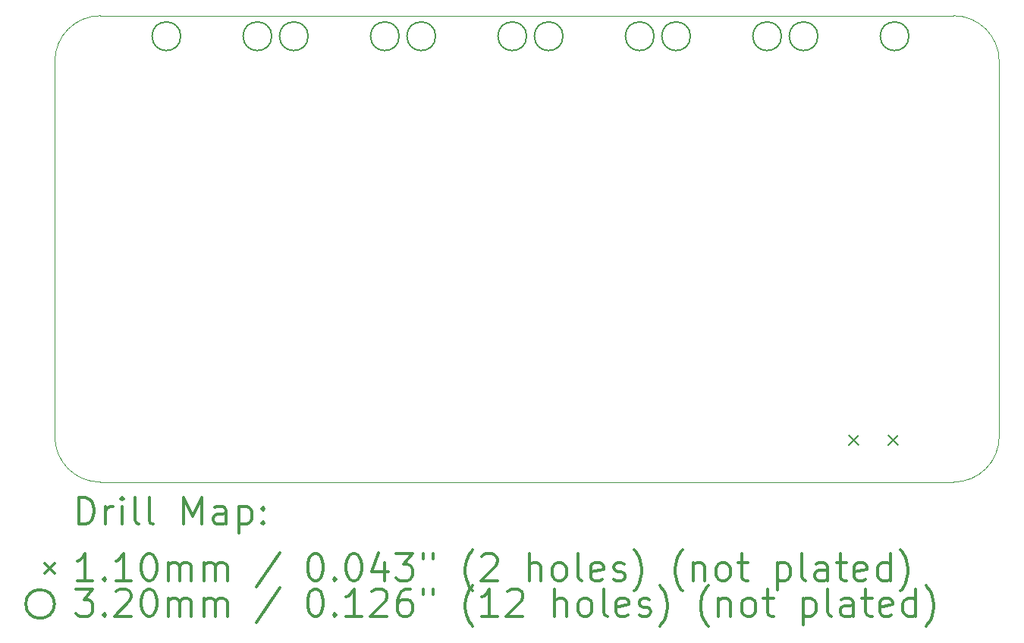
<source format=gbr>
%FSLAX45Y45*%
G04 Gerber Fmt 4.5, Leading zero omitted, Abs format (unit mm)*
G04 Created by KiCad (PCBNEW 4.0.7-e2-6376~58~ubuntu16.04.1) date Tue May 15 22:24:47 2018*
%MOMM*%
%LPD*%
G01*
G04 APERTURE LIST*
%ADD10C,0.127000*%
%ADD11C,0.100000*%
%ADD12C,0.200000*%
%ADD13C,0.300000*%
G04 APERTURE END LIST*
D10*
D11*
X12954000Y-7747000D02*
G75*
G03X12446000Y-7239000I-508000J0D01*
G01*
X12446000Y-12446000D02*
G75*
G03X12954000Y-11938000I0J508000D01*
G01*
X2413000Y-11938000D02*
G75*
G03X2921000Y-12446000I508000J0D01*
G01*
X2921000Y-7239000D02*
G75*
G03X2413000Y-7747000I0J-508000D01*
G01*
X2413000Y-11938000D02*
X2413000Y-7747000D01*
X12446000Y-12446000D02*
X2921000Y-12446000D01*
X12954000Y-7747000D02*
X12954000Y-11938000D01*
X2921000Y-7239000D02*
X12446000Y-7239000D01*
D12*
X11274416Y-11924910D02*
X11384416Y-12034910D01*
X11384416Y-11924910D02*
X11274416Y-12034910D01*
X11714344Y-11924910D02*
X11824344Y-12034910D01*
X11824344Y-11924910D02*
X11714344Y-12034910D01*
X3817600Y-7467600D02*
G75*
G03X3817600Y-7467600I-160000J0D01*
G01*
X4833600Y-7467600D02*
G75*
G03X4833600Y-7467600I-160000J0D01*
G01*
X5240000Y-7467600D02*
G75*
G03X5240000Y-7467600I-160000J0D01*
G01*
X6256000Y-7467600D02*
G75*
G03X6256000Y-7467600I-160000J0D01*
G01*
X6662400Y-7467600D02*
G75*
G03X6662400Y-7467600I-160000J0D01*
G01*
X7678400Y-7467600D02*
G75*
G03X7678400Y-7467600I-160000J0D01*
G01*
X8084800Y-7467600D02*
G75*
G03X8084800Y-7467600I-160000J0D01*
G01*
X9100800Y-7467600D02*
G75*
G03X9100800Y-7467600I-160000J0D01*
G01*
X9507200Y-7467600D02*
G75*
G03X9507200Y-7467600I-160000J0D01*
G01*
X10523200Y-7467600D02*
G75*
G03X10523200Y-7467600I-160000J0D01*
G01*
X10929600Y-7467600D02*
G75*
G03X10929600Y-7467600I-160000J0D01*
G01*
X11945600Y-7467600D02*
G75*
G03X11945600Y-7467600I-160000J0D01*
G01*
D13*
X2679429Y-12916714D02*
X2679429Y-12616714D01*
X2750857Y-12616714D01*
X2793714Y-12631000D01*
X2822286Y-12659571D01*
X2836571Y-12688143D01*
X2850857Y-12745286D01*
X2850857Y-12788143D01*
X2836571Y-12845286D01*
X2822286Y-12873857D01*
X2793714Y-12902429D01*
X2750857Y-12916714D01*
X2679429Y-12916714D01*
X2979428Y-12916714D02*
X2979428Y-12716714D01*
X2979428Y-12773857D02*
X2993714Y-12745286D01*
X3008000Y-12731000D01*
X3036571Y-12716714D01*
X3065143Y-12716714D01*
X3165143Y-12916714D02*
X3165143Y-12716714D01*
X3165143Y-12616714D02*
X3150857Y-12631000D01*
X3165143Y-12645286D01*
X3179428Y-12631000D01*
X3165143Y-12616714D01*
X3165143Y-12645286D01*
X3350857Y-12916714D02*
X3322286Y-12902429D01*
X3308000Y-12873857D01*
X3308000Y-12616714D01*
X3508000Y-12916714D02*
X3479428Y-12902429D01*
X3465143Y-12873857D01*
X3465143Y-12616714D01*
X3850857Y-12916714D02*
X3850857Y-12616714D01*
X3950857Y-12831000D01*
X4050857Y-12616714D01*
X4050857Y-12916714D01*
X4322286Y-12916714D02*
X4322286Y-12759571D01*
X4308000Y-12731000D01*
X4279429Y-12716714D01*
X4222286Y-12716714D01*
X4193714Y-12731000D01*
X4322286Y-12902429D02*
X4293714Y-12916714D01*
X4222286Y-12916714D01*
X4193714Y-12902429D01*
X4179428Y-12873857D01*
X4179428Y-12845286D01*
X4193714Y-12816714D01*
X4222286Y-12802429D01*
X4293714Y-12802429D01*
X4322286Y-12788143D01*
X4465143Y-12716714D02*
X4465143Y-13016714D01*
X4465143Y-12731000D02*
X4493714Y-12716714D01*
X4550857Y-12716714D01*
X4579429Y-12731000D01*
X4593714Y-12745286D01*
X4608000Y-12773857D01*
X4608000Y-12859571D01*
X4593714Y-12888143D01*
X4579429Y-12902429D01*
X4550857Y-12916714D01*
X4493714Y-12916714D01*
X4465143Y-12902429D01*
X4736571Y-12888143D02*
X4750857Y-12902429D01*
X4736571Y-12916714D01*
X4722286Y-12902429D01*
X4736571Y-12888143D01*
X4736571Y-12916714D01*
X4736571Y-12731000D02*
X4750857Y-12745286D01*
X4736571Y-12759571D01*
X4722286Y-12745286D01*
X4736571Y-12731000D01*
X4736571Y-12759571D01*
X2298000Y-13356000D02*
X2408000Y-13466000D01*
X2408000Y-13356000D02*
X2298000Y-13466000D01*
X2836571Y-13546714D02*
X2665143Y-13546714D01*
X2750857Y-13546714D02*
X2750857Y-13246714D01*
X2722286Y-13289571D01*
X2693714Y-13318143D01*
X2665143Y-13332429D01*
X2965143Y-13518143D02*
X2979428Y-13532429D01*
X2965143Y-13546714D01*
X2950857Y-13532429D01*
X2965143Y-13518143D01*
X2965143Y-13546714D01*
X3265143Y-13546714D02*
X3093714Y-13546714D01*
X3179428Y-13546714D02*
X3179428Y-13246714D01*
X3150857Y-13289571D01*
X3122286Y-13318143D01*
X3093714Y-13332429D01*
X3450857Y-13246714D02*
X3479428Y-13246714D01*
X3508000Y-13261000D01*
X3522286Y-13275286D01*
X3536571Y-13303857D01*
X3550857Y-13361000D01*
X3550857Y-13432429D01*
X3536571Y-13489571D01*
X3522286Y-13518143D01*
X3508000Y-13532429D01*
X3479428Y-13546714D01*
X3450857Y-13546714D01*
X3422286Y-13532429D01*
X3408000Y-13518143D01*
X3393714Y-13489571D01*
X3379428Y-13432429D01*
X3379428Y-13361000D01*
X3393714Y-13303857D01*
X3408000Y-13275286D01*
X3422286Y-13261000D01*
X3450857Y-13246714D01*
X3679428Y-13546714D02*
X3679428Y-13346714D01*
X3679428Y-13375286D02*
X3693714Y-13361000D01*
X3722286Y-13346714D01*
X3765143Y-13346714D01*
X3793714Y-13361000D01*
X3808000Y-13389571D01*
X3808000Y-13546714D01*
X3808000Y-13389571D02*
X3822286Y-13361000D01*
X3850857Y-13346714D01*
X3893714Y-13346714D01*
X3922286Y-13361000D01*
X3936571Y-13389571D01*
X3936571Y-13546714D01*
X4079428Y-13546714D02*
X4079428Y-13346714D01*
X4079428Y-13375286D02*
X4093714Y-13361000D01*
X4122286Y-13346714D01*
X4165143Y-13346714D01*
X4193714Y-13361000D01*
X4208000Y-13389571D01*
X4208000Y-13546714D01*
X4208000Y-13389571D02*
X4222286Y-13361000D01*
X4250857Y-13346714D01*
X4293714Y-13346714D01*
X4322286Y-13361000D01*
X4336571Y-13389571D01*
X4336571Y-13546714D01*
X4922286Y-13232429D02*
X4665143Y-13618143D01*
X5308000Y-13246714D02*
X5336571Y-13246714D01*
X5365143Y-13261000D01*
X5379428Y-13275286D01*
X5393714Y-13303857D01*
X5408000Y-13361000D01*
X5408000Y-13432429D01*
X5393714Y-13489571D01*
X5379428Y-13518143D01*
X5365143Y-13532429D01*
X5336571Y-13546714D01*
X5308000Y-13546714D01*
X5279428Y-13532429D01*
X5265143Y-13518143D01*
X5250857Y-13489571D01*
X5236571Y-13432429D01*
X5236571Y-13361000D01*
X5250857Y-13303857D01*
X5265143Y-13275286D01*
X5279428Y-13261000D01*
X5308000Y-13246714D01*
X5536571Y-13518143D02*
X5550857Y-13532429D01*
X5536571Y-13546714D01*
X5522286Y-13532429D01*
X5536571Y-13518143D01*
X5536571Y-13546714D01*
X5736571Y-13246714D02*
X5765143Y-13246714D01*
X5793714Y-13261000D01*
X5808000Y-13275286D01*
X5822285Y-13303857D01*
X5836571Y-13361000D01*
X5836571Y-13432429D01*
X5822285Y-13489571D01*
X5808000Y-13518143D01*
X5793714Y-13532429D01*
X5765143Y-13546714D01*
X5736571Y-13546714D01*
X5708000Y-13532429D01*
X5693714Y-13518143D01*
X5679428Y-13489571D01*
X5665143Y-13432429D01*
X5665143Y-13361000D01*
X5679428Y-13303857D01*
X5693714Y-13275286D01*
X5708000Y-13261000D01*
X5736571Y-13246714D01*
X6093714Y-13346714D02*
X6093714Y-13546714D01*
X6022285Y-13232429D02*
X5950857Y-13446714D01*
X6136571Y-13446714D01*
X6222285Y-13246714D02*
X6408000Y-13246714D01*
X6308000Y-13361000D01*
X6350857Y-13361000D01*
X6379428Y-13375286D01*
X6393714Y-13389571D01*
X6408000Y-13418143D01*
X6408000Y-13489571D01*
X6393714Y-13518143D01*
X6379428Y-13532429D01*
X6350857Y-13546714D01*
X6265143Y-13546714D01*
X6236571Y-13532429D01*
X6222285Y-13518143D01*
X6522286Y-13246714D02*
X6522286Y-13303857D01*
X6636571Y-13246714D02*
X6636571Y-13303857D01*
X7079428Y-13661000D02*
X7065143Y-13646714D01*
X7036571Y-13603857D01*
X7022285Y-13575286D01*
X7008000Y-13532429D01*
X6993714Y-13461000D01*
X6993714Y-13403857D01*
X7008000Y-13332429D01*
X7022285Y-13289571D01*
X7036571Y-13261000D01*
X7065143Y-13218143D01*
X7079428Y-13203857D01*
X7179428Y-13275286D02*
X7193714Y-13261000D01*
X7222285Y-13246714D01*
X7293714Y-13246714D01*
X7322285Y-13261000D01*
X7336571Y-13275286D01*
X7350857Y-13303857D01*
X7350857Y-13332429D01*
X7336571Y-13375286D01*
X7165143Y-13546714D01*
X7350857Y-13546714D01*
X7708000Y-13546714D02*
X7708000Y-13246714D01*
X7836571Y-13546714D02*
X7836571Y-13389571D01*
X7822285Y-13361000D01*
X7793714Y-13346714D01*
X7750857Y-13346714D01*
X7722285Y-13361000D01*
X7708000Y-13375286D01*
X8022285Y-13546714D02*
X7993714Y-13532429D01*
X7979428Y-13518143D01*
X7965143Y-13489571D01*
X7965143Y-13403857D01*
X7979428Y-13375286D01*
X7993714Y-13361000D01*
X8022285Y-13346714D01*
X8065143Y-13346714D01*
X8093714Y-13361000D01*
X8108000Y-13375286D01*
X8122285Y-13403857D01*
X8122285Y-13489571D01*
X8108000Y-13518143D01*
X8093714Y-13532429D01*
X8065143Y-13546714D01*
X8022285Y-13546714D01*
X8293714Y-13546714D02*
X8265143Y-13532429D01*
X8250857Y-13503857D01*
X8250857Y-13246714D01*
X8522286Y-13532429D02*
X8493714Y-13546714D01*
X8436571Y-13546714D01*
X8408000Y-13532429D01*
X8393714Y-13503857D01*
X8393714Y-13389571D01*
X8408000Y-13361000D01*
X8436571Y-13346714D01*
X8493714Y-13346714D01*
X8522286Y-13361000D01*
X8536571Y-13389571D01*
X8536571Y-13418143D01*
X8393714Y-13446714D01*
X8650857Y-13532429D02*
X8679429Y-13546714D01*
X8736571Y-13546714D01*
X8765143Y-13532429D01*
X8779429Y-13503857D01*
X8779429Y-13489571D01*
X8765143Y-13461000D01*
X8736571Y-13446714D01*
X8693714Y-13446714D01*
X8665143Y-13432429D01*
X8650857Y-13403857D01*
X8650857Y-13389571D01*
X8665143Y-13361000D01*
X8693714Y-13346714D01*
X8736571Y-13346714D01*
X8765143Y-13361000D01*
X8879428Y-13661000D02*
X8893714Y-13646714D01*
X8922286Y-13603857D01*
X8936571Y-13575286D01*
X8950857Y-13532429D01*
X8965143Y-13461000D01*
X8965143Y-13403857D01*
X8950857Y-13332429D01*
X8936571Y-13289571D01*
X8922286Y-13261000D01*
X8893714Y-13218143D01*
X8879428Y-13203857D01*
X9422286Y-13661000D02*
X9408000Y-13646714D01*
X9379428Y-13603857D01*
X9365143Y-13575286D01*
X9350857Y-13532429D01*
X9336571Y-13461000D01*
X9336571Y-13403857D01*
X9350857Y-13332429D01*
X9365143Y-13289571D01*
X9379428Y-13261000D01*
X9408000Y-13218143D01*
X9422286Y-13203857D01*
X9536571Y-13346714D02*
X9536571Y-13546714D01*
X9536571Y-13375286D02*
X9550857Y-13361000D01*
X9579428Y-13346714D01*
X9622286Y-13346714D01*
X9650857Y-13361000D01*
X9665143Y-13389571D01*
X9665143Y-13546714D01*
X9850857Y-13546714D02*
X9822286Y-13532429D01*
X9808000Y-13518143D01*
X9793714Y-13489571D01*
X9793714Y-13403857D01*
X9808000Y-13375286D01*
X9822286Y-13361000D01*
X9850857Y-13346714D01*
X9893714Y-13346714D01*
X9922286Y-13361000D01*
X9936571Y-13375286D01*
X9950857Y-13403857D01*
X9950857Y-13489571D01*
X9936571Y-13518143D01*
X9922286Y-13532429D01*
X9893714Y-13546714D01*
X9850857Y-13546714D01*
X10036571Y-13346714D02*
X10150857Y-13346714D01*
X10079429Y-13246714D02*
X10079429Y-13503857D01*
X10093714Y-13532429D01*
X10122286Y-13546714D01*
X10150857Y-13546714D01*
X10479429Y-13346714D02*
X10479429Y-13646714D01*
X10479429Y-13361000D02*
X10508000Y-13346714D01*
X10565143Y-13346714D01*
X10593714Y-13361000D01*
X10608000Y-13375286D01*
X10622286Y-13403857D01*
X10622286Y-13489571D01*
X10608000Y-13518143D01*
X10593714Y-13532429D01*
X10565143Y-13546714D01*
X10508000Y-13546714D01*
X10479429Y-13532429D01*
X10793714Y-13546714D02*
X10765143Y-13532429D01*
X10750857Y-13503857D01*
X10750857Y-13246714D01*
X11036571Y-13546714D02*
X11036571Y-13389571D01*
X11022286Y-13361000D01*
X10993714Y-13346714D01*
X10936571Y-13346714D01*
X10908000Y-13361000D01*
X11036571Y-13532429D02*
X11008000Y-13546714D01*
X10936571Y-13546714D01*
X10908000Y-13532429D01*
X10893714Y-13503857D01*
X10893714Y-13475286D01*
X10908000Y-13446714D01*
X10936571Y-13432429D01*
X11008000Y-13432429D01*
X11036571Y-13418143D01*
X11136571Y-13346714D02*
X11250857Y-13346714D01*
X11179429Y-13246714D02*
X11179429Y-13503857D01*
X11193714Y-13532429D01*
X11222286Y-13546714D01*
X11250857Y-13546714D01*
X11465143Y-13532429D02*
X11436571Y-13546714D01*
X11379429Y-13546714D01*
X11350857Y-13532429D01*
X11336571Y-13503857D01*
X11336571Y-13389571D01*
X11350857Y-13361000D01*
X11379429Y-13346714D01*
X11436571Y-13346714D01*
X11465143Y-13361000D01*
X11479429Y-13389571D01*
X11479429Y-13418143D01*
X11336571Y-13446714D01*
X11736571Y-13546714D02*
X11736571Y-13246714D01*
X11736571Y-13532429D02*
X11708000Y-13546714D01*
X11650857Y-13546714D01*
X11622286Y-13532429D01*
X11608000Y-13518143D01*
X11593714Y-13489571D01*
X11593714Y-13403857D01*
X11608000Y-13375286D01*
X11622286Y-13361000D01*
X11650857Y-13346714D01*
X11708000Y-13346714D01*
X11736571Y-13361000D01*
X11850857Y-13661000D02*
X11865143Y-13646714D01*
X11893714Y-13603857D01*
X11908000Y-13575286D01*
X11922286Y-13532429D01*
X11936571Y-13461000D01*
X11936571Y-13403857D01*
X11922286Y-13332429D01*
X11908000Y-13289571D01*
X11893714Y-13261000D01*
X11865143Y-13218143D01*
X11850857Y-13203857D01*
X2408000Y-13807000D02*
G75*
G03X2408000Y-13807000I-160000J0D01*
G01*
X2650857Y-13642714D02*
X2836571Y-13642714D01*
X2736571Y-13757000D01*
X2779429Y-13757000D01*
X2808000Y-13771286D01*
X2822286Y-13785571D01*
X2836571Y-13814143D01*
X2836571Y-13885571D01*
X2822286Y-13914143D01*
X2808000Y-13928429D01*
X2779429Y-13942714D01*
X2693714Y-13942714D01*
X2665143Y-13928429D01*
X2650857Y-13914143D01*
X2965143Y-13914143D02*
X2979428Y-13928429D01*
X2965143Y-13942714D01*
X2950857Y-13928429D01*
X2965143Y-13914143D01*
X2965143Y-13942714D01*
X3093714Y-13671286D02*
X3108000Y-13657000D01*
X3136571Y-13642714D01*
X3208000Y-13642714D01*
X3236571Y-13657000D01*
X3250857Y-13671286D01*
X3265143Y-13699857D01*
X3265143Y-13728429D01*
X3250857Y-13771286D01*
X3079428Y-13942714D01*
X3265143Y-13942714D01*
X3450857Y-13642714D02*
X3479428Y-13642714D01*
X3508000Y-13657000D01*
X3522286Y-13671286D01*
X3536571Y-13699857D01*
X3550857Y-13757000D01*
X3550857Y-13828429D01*
X3536571Y-13885571D01*
X3522286Y-13914143D01*
X3508000Y-13928429D01*
X3479428Y-13942714D01*
X3450857Y-13942714D01*
X3422286Y-13928429D01*
X3408000Y-13914143D01*
X3393714Y-13885571D01*
X3379428Y-13828429D01*
X3379428Y-13757000D01*
X3393714Y-13699857D01*
X3408000Y-13671286D01*
X3422286Y-13657000D01*
X3450857Y-13642714D01*
X3679428Y-13942714D02*
X3679428Y-13742714D01*
X3679428Y-13771286D02*
X3693714Y-13757000D01*
X3722286Y-13742714D01*
X3765143Y-13742714D01*
X3793714Y-13757000D01*
X3808000Y-13785571D01*
X3808000Y-13942714D01*
X3808000Y-13785571D02*
X3822286Y-13757000D01*
X3850857Y-13742714D01*
X3893714Y-13742714D01*
X3922286Y-13757000D01*
X3936571Y-13785571D01*
X3936571Y-13942714D01*
X4079428Y-13942714D02*
X4079428Y-13742714D01*
X4079428Y-13771286D02*
X4093714Y-13757000D01*
X4122286Y-13742714D01*
X4165143Y-13742714D01*
X4193714Y-13757000D01*
X4208000Y-13785571D01*
X4208000Y-13942714D01*
X4208000Y-13785571D02*
X4222286Y-13757000D01*
X4250857Y-13742714D01*
X4293714Y-13742714D01*
X4322286Y-13757000D01*
X4336571Y-13785571D01*
X4336571Y-13942714D01*
X4922286Y-13628429D02*
X4665143Y-14014143D01*
X5308000Y-13642714D02*
X5336571Y-13642714D01*
X5365143Y-13657000D01*
X5379428Y-13671286D01*
X5393714Y-13699857D01*
X5408000Y-13757000D01*
X5408000Y-13828429D01*
X5393714Y-13885571D01*
X5379428Y-13914143D01*
X5365143Y-13928429D01*
X5336571Y-13942714D01*
X5308000Y-13942714D01*
X5279428Y-13928429D01*
X5265143Y-13914143D01*
X5250857Y-13885571D01*
X5236571Y-13828429D01*
X5236571Y-13757000D01*
X5250857Y-13699857D01*
X5265143Y-13671286D01*
X5279428Y-13657000D01*
X5308000Y-13642714D01*
X5536571Y-13914143D02*
X5550857Y-13928429D01*
X5536571Y-13942714D01*
X5522286Y-13928429D01*
X5536571Y-13914143D01*
X5536571Y-13942714D01*
X5836571Y-13942714D02*
X5665143Y-13942714D01*
X5750857Y-13942714D02*
X5750857Y-13642714D01*
X5722285Y-13685571D01*
X5693714Y-13714143D01*
X5665143Y-13728429D01*
X5950857Y-13671286D02*
X5965143Y-13657000D01*
X5993714Y-13642714D01*
X6065143Y-13642714D01*
X6093714Y-13657000D01*
X6108000Y-13671286D01*
X6122285Y-13699857D01*
X6122285Y-13728429D01*
X6108000Y-13771286D01*
X5936571Y-13942714D01*
X6122285Y-13942714D01*
X6379428Y-13642714D02*
X6322285Y-13642714D01*
X6293714Y-13657000D01*
X6279428Y-13671286D01*
X6250857Y-13714143D01*
X6236571Y-13771286D01*
X6236571Y-13885571D01*
X6250857Y-13914143D01*
X6265143Y-13928429D01*
X6293714Y-13942714D01*
X6350857Y-13942714D01*
X6379428Y-13928429D01*
X6393714Y-13914143D01*
X6408000Y-13885571D01*
X6408000Y-13814143D01*
X6393714Y-13785571D01*
X6379428Y-13771286D01*
X6350857Y-13757000D01*
X6293714Y-13757000D01*
X6265143Y-13771286D01*
X6250857Y-13785571D01*
X6236571Y-13814143D01*
X6522286Y-13642714D02*
X6522286Y-13699857D01*
X6636571Y-13642714D02*
X6636571Y-13699857D01*
X7079428Y-14057000D02*
X7065143Y-14042714D01*
X7036571Y-13999857D01*
X7022285Y-13971286D01*
X7008000Y-13928429D01*
X6993714Y-13857000D01*
X6993714Y-13799857D01*
X7008000Y-13728429D01*
X7022285Y-13685571D01*
X7036571Y-13657000D01*
X7065143Y-13614143D01*
X7079428Y-13599857D01*
X7350857Y-13942714D02*
X7179428Y-13942714D01*
X7265143Y-13942714D02*
X7265143Y-13642714D01*
X7236571Y-13685571D01*
X7208000Y-13714143D01*
X7179428Y-13728429D01*
X7465143Y-13671286D02*
X7479428Y-13657000D01*
X7508000Y-13642714D01*
X7579428Y-13642714D01*
X7608000Y-13657000D01*
X7622285Y-13671286D01*
X7636571Y-13699857D01*
X7636571Y-13728429D01*
X7622285Y-13771286D01*
X7450857Y-13942714D01*
X7636571Y-13942714D01*
X7993714Y-13942714D02*
X7993714Y-13642714D01*
X8122285Y-13942714D02*
X8122285Y-13785571D01*
X8108000Y-13757000D01*
X8079428Y-13742714D01*
X8036571Y-13742714D01*
X8008000Y-13757000D01*
X7993714Y-13771286D01*
X8308000Y-13942714D02*
X8279428Y-13928429D01*
X8265143Y-13914143D01*
X8250857Y-13885571D01*
X8250857Y-13799857D01*
X8265143Y-13771286D01*
X8279428Y-13757000D01*
X8308000Y-13742714D01*
X8350857Y-13742714D01*
X8379428Y-13757000D01*
X8393714Y-13771286D01*
X8408000Y-13799857D01*
X8408000Y-13885571D01*
X8393714Y-13914143D01*
X8379428Y-13928429D01*
X8350857Y-13942714D01*
X8308000Y-13942714D01*
X8579428Y-13942714D02*
X8550857Y-13928429D01*
X8536571Y-13899857D01*
X8536571Y-13642714D01*
X8808000Y-13928429D02*
X8779429Y-13942714D01*
X8722286Y-13942714D01*
X8693714Y-13928429D01*
X8679429Y-13899857D01*
X8679429Y-13785571D01*
X8693714Y-13757000D01*
X8722286Y-13742714D01*
X8779429Y-13742714D01*
X8808000Y-13757000D01*
X8822286Y-13785571D01*
X8822286Y-13814143D01*
X8679429Y-13842714D01*
X8936571Y-13928429D02*
X8965143Y-13942714D01*
X9022286Y-13942714D01*
X9050857Y-13928429D01*
X9065143Y-13899857D01*
X9065143Y-13885571D01*
X9050857Y-13857000D01*
X9022286Y-13842714D01*
X8979429Y-13842714D01*
X8950857Y-13828429D01*
X8936571Y-13799857D01*
X8936571Y-13785571D01*
X8950857Y-13757000D01*
X8979429Y-13742714D01*
X9022286Y-13742714D01*
X9050857Y-13757000D01*
X9165143Y-14057000D02*
X9179429Y-14042714D01*
X9208000Y-13999857D01*
X9222286Y-13971286D01*
X9236571Y-13928429D01*
X9250857Y-13857000D01*
X9250857Y-13799857D01*
X9236571Y-13728429D01*
X9222286Y-13685571D01*
X9208000Y-13657000D01*
X9179429Y-13614143D01*
X9165143Y-13599857D01*
X9708000Y-14057000D02*
X9693714Y-14042714D01*
X9665143Y-13999857D01*
X9650857Y-13971286D01*
X9636571Y-13928429D01*
X9622286Y-13857000D01*
X9622286Y-13799857D01*
X9636571Y-13728429D01*
X9650857Y-13685571D01*
X9665143Y-13657000D01*
X9693714Y-13614143D01*
X9708000Y-13599857D01*
X9822286Y-13742714D02*
X9822286Y-13942714D01*
X9822286Y-13771286D02*
X9836571Y-13757000D01*
X9865143Y-13742714D01*
X9908000Y-13742714D01*
X9936571Y-13757000D01*
X9950857Y-13785571D01*
X9950857Y-13942714D01*
X10136571Y-13942714D02*
X10108000Y-13928429D01*
X10093714Y-13914143D01*
X10079429Y-13885571D01*
X10079429Y-13799857D01*
X10093714Y-13771286D01*
X10108000Y-13757000D01*
X10136571Y-13742714D01*
X10179429Y-13742714D01*
X10208000Y-13757000D01*
X10222286Y-13771286D01*
X10236571Y-13799857D01*
X10236571Y-13885571D01*
X10222286Y-13914143D01*
X10208000Y-13928429D01*
X10179429Y-13942714D01*
X10136571Y-13942714D01*
X10322286Y-13742714D02*
X10436571Y-13742714D01*
X10365143Y-13642714D02*
X10365143Y-13899857D01*
X10379429Y-13928429D01*
X10408000Y-13942714D01*
X10436571Y-13942714D01*
X10765143Y-13742714D02*
X10765143Y-14042714D01*
X10765143Y-13757000D02*
X10793714Y-13742714D01*
X10850857Y-13742714D01*
X10879429Y-13757000D01*
X10893714Y-13771286D01*
X10908000Y-13799857D01*
X10908000Y-13885571D01*
X10893714Y-13914143D01*
X10879429Y-13928429D01*
X10850857Y-13942714D01*
X10793714Y-13942714D01*
X10765143Y-13928429D01*
X11079429Y-13942714D02*
X11050857Y-13928429D01*
X11036571Y-13899857D01*
X11036571Y-13642714D01*
X11322286Y-13942714D02*
X11322286Y-13785571D01*
X11308000Y-13757000D01*
X11279429Y-13742714D01*
X11222286Y-13742714D01*
X11193714Y-13757000D01*
X11322286Y-13928429D02*
X11293714Y-13942714D01*
X11222286Y-13942714D01*
X11193714Y-13928429D01*
X11179429Y-13899857D01*
X11179429Y-13871286D01*
X11193714Y-13842714D01*
X11222286Y-13828429D01*
X11293714Y-13828429D01*
X11322286Y-13814143D01*
X11422286Y-13742714D02*
X11536571Y-13742714D01*
X11465143Y-13642714D02*
X11465143Y-13899857D01*
X11479429Y-13928429D01*
X11508000Y-13942714D01*
X11536571Y-13942714D01*
X11750857Y-13928429D02*
X11722286Y-13942714D01*
X11665143Y-13942714D01*
X11636571Y-13928429D01*
X11622286Y-13899857D01*
X11622286Y-13785571D01*
X11636571Y-13757000D01*
X11665143Y-13742714D01*
X11722286Y-13742714D01*
X11750857Y-13757000D01*
X11765143Y-13785571D01*
X11765143Y-13814143D01*
X11622286Y-13842714D01*
X12022286Y-13942714D02*
X12022286Y-13642714D01*
X12022286Y-13928429D02*
X11993714Y-13942714D01*
X11936571Y-13942714D01*
X11908000Y-13928429D01*
X11893714Y-13914143D01*
X11879429Y-13885571D01*
X11879429Y-13799857D01*
X11893714Y-13771286D01*
X11908000Y-13757000D01*
X11936571Y-13742714D01*
X11993714Y-13742714D01*
X12022286Y-13757000D01*
X12136571Y-14057000D02*
X12150857Y-14042714D01*
X12179429Y-13999857D01*
X12193714Y-13971286D01*
X12208000Y-13928429D01*
X12222286Y-13857000D01*
X12222286Y-13799857D01*
X12208000Y-13728429D01*
X12193714Y-13685571D01*
X12179429Y-13657000D01*
X12150857Y-13614143D01*
X12136571Y-13599857D01*
M02*

</source>
